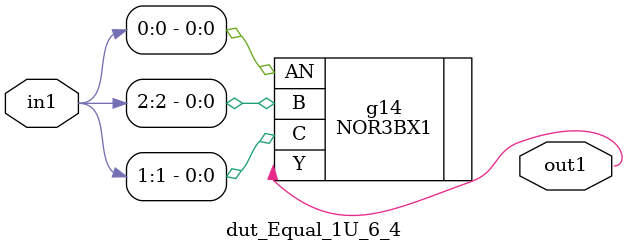
<source format=v>
`timescale 1ps / 1ps


module dut_Equal_1U_6_4(in1, out1);
  input [2:0] in1;
  output out1;
  wire [2:0] in1;
  wire out1;
  NOR3BX1 g14(.AN (in1[0]), .B (in1[2]), .C (in1[1]), .Y (out1));
endmodule



</source>
